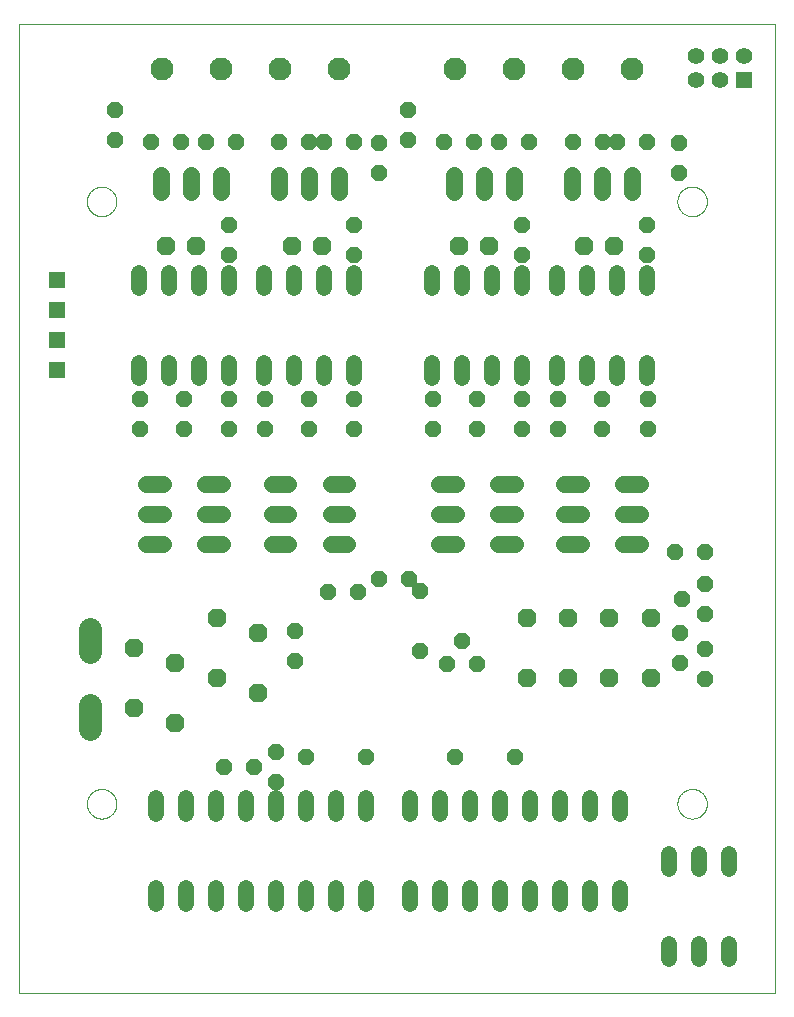
<source format=gtl>
G75*
%MOIN*%
%OFA0B0*%
%FSLAX25Y25*%
%IPPOS*%
%LPD*%
%AMOC8*
5,1,8,0,0,1.08239X$1,22.5*
%
%ADD10C,0.00000*%
%ADD11OC8,0.05200*%
%ADD12OC8,0.06300*%
%ADD13C,0.05200*%
%ADD14R,0.05600X0.05600*%
%ADD15C,0.05600*%
%ADD16C,0.05600*%
%ADD17C,0.07677*%
%ADD18R,0.05500X0.05500*%
%ADD19C,0.07677*%
D10*
X0001500Y0001500D02*
X0001500Y0324335D01*
X0253469Y0324335D01*
X0253469Y0001500D01*
X0001500Y0001500D01*
X0024138Y0064492D02*
X0024140Y0064632D01*
X0024146Y0064772D01*
X0024156Y0064911D01*
X0024170Y0065050D01*
X0024188Y0065189D01*
X0024209Y0065327D01*
X0024235Y0065465D01*
X0024265Y0065602D01*
X0024298Y0065737D01*
X0024336Y0065872D01*
X0024377Y0066006D01*
X0024422Y0066139D01*
X0024470Y0066270D01*
X0024523Y0066399D01*
X0024579Y0066528D01*
X0024638Y0066654D01*
X0024702Y0066779D01*
X0024768Y0066902D01*
X0024839Y0067023D01*
X0024912Y0067142D01*
X0024989Y0067259D01*
X0025070Y0067373D01*
X0025153Y0067485D01*
X0025240Y0067595D01*
X0025330Y0067703D01*
X0025422Y0067807D01*
X0025518Y0067909D01*
X0025617Y0068009D01*
X0025718Y0068105D01*
X0025822Y0068199D01*
X0025929Y0068289D01*
X0026038Y0068376D01*
X0026150Y0068461D01*
X0026264Y0068542D01*
X0026380Y0068620D01*
X0026498Y0068694D01*
X0026619Y0068765D01*
X0026741Y0068833D01*
X0026866Y0068897D01*
X0026992Y0068958D01*
X0027119Y0069015D01*
X0027249Y0069068D01*
X0027380Y0069118D01*
X0027512Y0069163D01*
X0027645Y0069206D01*
X0027780Y0069244D01*
X0027915Y0069278D01*
X0028052Y0069309D01*
X0028189Y0069336D01*
X0028327Y0069358D01*
X0028466Y0069377D01*
X0028605Y0069392D01*
X0028744Y0069403D01*
X0028884Y0069410D01*
X0029024Y0069413D01*
X0029164Y0069412D01*
X0029304Y0069407D01*
X0029443Y0069398D01*
X0029583Y0069385D01*
X0029722Y0069368D01*
X0029860Y0069347D01*
X0029998Y0069323D01*
X0030135Y0069294D01*
X0030271Y0069262D01*
X0030406Y0069225D01*
X0030540Y0069185D01*
X0030673Y0069141D01*
X0030804Y0069093D01*
X0030934Y0069042D01*
X0031063Y0068987D01*
X0031190Y0068928D01*
X0031315Y0068865D01*
X0031438Y0068800D01*
X0031560Y0068730D01*
X0031679Y0068657D01*
X0031797Y0068581D01*
X0031912Y0068502D01*
X0032025Y0068419D01*
X0032135Y0068333D01*
X0032243Y0068244D01*
X0032348Y0068152D01*
X0032451Y0068057D01*
X0032551Y0067959D01*
X0032648Y0067859D01*
X0032742Y0067755D01*
X0032834Y0067649D01*
X0032922Y0067541D01*
X0033007Y0067430D01*
X0033089Y0067316D01*
X0033168Y0067200D01*
X0033243Y0067083D01*
X0033315Y0066963D01*
X0033383Y0066841D01*
X0033448Y0066717D01*
X0033510Y0066591D01*
X0033568Y0066464D01*
X0033622Y0066335D01*
X0033673Y0066204D01*
X0033719Y0066072D01*
X0033762Y0065939D01*
X0033802Y0065805D01*
X0033837Y0065670D01*
X0033869Y0065533D01*
X0033896Y0065396D01*
X0033920Y0065258D01*
X0033940Y0065120D01*
X0033956Y0064981D01*
X0033968Y0064841D01*
X0033976Y0064702D01*
X0033980Y0064562D01*
X0033980Y0064422D01*
X0033976Y0064282D01*
X0033968Y0064143D01*
X0033956Y0064003D01*
X0033940Y0063864D01*
X0033920Y0063726D01*
X0033896Y0063588D01*
X0033869Y0063451D01*
X0033837Y0063314D01*
X0033802Y0063179D01*
X0033762Y0063045D01*
X0033719Y0062912D01*
X0033673Y0062780D01*
X0033622Y0062649D01*
X0033568Y0062520D01*
X0033510Y0062393D01*
X0033448Y0062267D01*
X0033383Y0062143D01*
X0033315Y0062021D01*
X0033243Y0061901D01*
X0033168Y0061784D01*
X0033089Y0061668D01*
X0033007Y0061554D01*
X0032922Y0061443D01*
X0032834Y0061335D01*
X0032742Y0061229D01*
X0032648Y0061125D01*
X0032551Y0061025D01*
X0032451Y0060927D01*
X0032348Y0060832D01*
X0032243Y0060740D01*
X0032135Y0060651D01*
X0032025Y0060565D01*
X0031912Y0060482D01*
X0031797Y0060403D01*
X0031679Y0060327D01*
X0031560Y0060254D01*
X0031438Y0060184D01*
X0031315Y0060119D01*
X0031190Y0060056D01*
X0031063Y0059997D01*
X0030934Y0059942D01*
X0030804Y0059891D01*
X0030673Y0059843D01*
X0030540Y0059799D01*
X0030406Y0059759D01*
X0030271Y0059722D01*
X0030135Y0059690D01*
X0029998Y0059661D01*
X0029860Y0059637D01*
X0029722Y0059616D01*
X0029583Y0059599D01*
X0029443Y0059586D01*
X0029304Y0059577D01*
X0029164Y0059572D01*
X0029024Y0059571D01*
X0028884Y0059574D01*
X0028744Y0059581D01*
X0028605Y0059592D01*
X0028466Y0059607D01*
X0028327Y0059626D01*
X0028189Y0059648D01*
X0028052Y0059675D01*
X0027915Y0059706D01*
X0027780Y0059740D01*
X0027645Y0059778D01*
X0027512Y0059821D01*
X0027380Y0059866D01*
X0027249Y0059916D01*
X0027119Y0059969D01*
X0026992Y0060026D01*
X0026866Y0060087D01*
X0026741Y0060151D01*
X0026619Y0060219D01*
X0026498Y0060290D01*
X0026380Y0060364D01*
X0026264Y0060442D01*
X0026150Y0060523D01*
X0026038Y0060608D01*
X0025929Y0060695D01*
X0025822Y0060785D01*
X0025718Y0060879D01*
X0025617Y0060975D01*
X0025518Y0061075D01*
X0025422Y0061177D01*
X0025330Y0061281D01*
X0025240Y0061389D01*
X0025153Y0061499D01*
X0025070Y0061611D01*
X0024989Y0061725D01*
X0024912Y0061842D01*
X0024839Y0061961D01*
X0024768Y0062082D01*
X0024702Y0062205D01*
X0024638Y0062330D01*
X0024579Y0062456D01*
X0024523Y0062585D01*
X0024470Y0062714D01*
X0024422Y0062845D01*
X0024377Y0062978D01*
X0024336Y0063112D01*
X0024298Y0063247D01*
X0024265Y0063382D01*
X0024235Y0063519D01*
X0024209Y0063657D01*
X0024188Y0063795D01*
X0024170Y0063934D01*
X0024156Y0064073D01*
X0024146Y0064212D01*
X0024140Y0064352D01*
X0024138Y0064492D01*
X0024138Y0265280D02*
X0024140Y0265420D01*
X0024146Y0265560D01*
X0024156Y0265699D01*
X0024170Y0265838D01*
X0024188Y0265977D01*
X0024209Y0266115D01*
X0024235Y0266253D01*
X0024265Y0266390D01*
X0024298Y0266525D01*
X0024336Y0266660D01*
X0024377Y0266794D01*
X0024422Y0266927D01*
X0024470Y0267058D01*
X0024523Y0267187D01*
X0024579Y0267316D01*
X0024638Y0267442D01*
X0024702Y0267567D01*
X0024768Y0267690D01*
X0024839Y0267811D01*
X0024912Y0267930D01*
X0024989Y0268047D01*
X0025070Y0268161D01*
X0025153Y0268273D01*
X0025240Y0268383D01*
X0025330Y0268491D01*
X0025422Y0268595D01*
X0025518Y0268697D01*
X0025617Y0268797D01*
X0025718Y0268893D01*
X0025822Y0268987D01*
X0025929Y0269077D01*
X0026038Y0269164D01*
X0026150Y0269249D01*
X0026264Y0269330D01*
X0026380Y0269408D01*
X0026498Y0269482D01*
X0026619Y0269553D01*
X0026741Y0269621D01*
X0026866Y0269685D01*
X0026992Y0269746D01*
X0027119Y0269803D01*
X0027249Y0269856D01*
X0027380Y0269906D01*
X0027512Y0269951D01*
X0027645Y0269994D01*
X0027780Y0270032D01*
X0027915Y0270066D01*
X0028052Y0270097D01*
X0028189Y0270124D01*
X0028327Y0270146D01*
X0028466Y0270165D01*
X0028605Y0270180D01*
X0028744Y0270191D01*
X0028884Y0270198D01*
X0029024Y0270201D01*
X0029164Y0270200D01*
X0029304Y0270195D01*
X0029443Y0270186D01*
X0029583Y0270173D01*
X0029722Y0270156D01*
X0029860Y0270135D01*
X0029998Y0270111D01*
X0030135Y0270082D01*
X0030271Y0270050D01*
X0030406Y0270013D01*
X0030540Y0269973D01*
X0030673Y0269929D01*
X0030804Y0269881D01*
X0030934Y0269830D01*
X0031063Y0269775D01*
X0031190Y0269716D01*
X0031315Y0269653D01*
X0031438Y0269588D01*
X0031560Y0269518D01*
X0031679Y0269445D01*
X0031797Y0269369D01*
X0031912Y0269290D01*
X0032025Y0269207D01*
X0032135Y0269121D01*
X0032243Y0269032D01*
X0032348Y0268940D01*
X0032451Y0268845D01*
X0032551Y0268747D01*
X0032648Y0268647D01*
X0032742Y0268543D01*
X0032834Y0268437D01*
X0032922Y0268329D01*
X0033007Y0268218D01*
X0033089Y0268104D01*
X0033168Y0267988D01*
X0033243Y0267871D01*
X0033315Y0267751D01*
X0033383Y0267629D01*
X0033448Y0267505D01*
X0033510Y0267379D01*
X0033568Y0267252D01*
X0033622Y0267123D01*
X0033673Y0266992D01*
X0033719Y0266860D01*
X0033762Y0266727D01*
X0033802Y0266593D01*
X0033837Y0266458D01*
X0033869Y0266321D01*
X0033896Y0266184D01*
X0033920Y0266046D01*
X0033940Y0265908D01*
X0033956Y0265769D01*
X0033968Y0265629D01*
X0033976Y0265490D01*
X0033980Y0265350D01*
X0033980Y0265210D01*
X0033976Y0265070D01*
X0033968Y0264931D01*
X0033956Y0264791D01*
X0033940Y0264652D01*
X0033920Y0264514D01*
X0033896Y0264376D01*
X0033869Y0264239D01*
X0033837Y0264102D01*
X0033802Y0263967D01*
X0033762Y0263833D01*
X0033719Y0263700D01*
X0033673Y0263568D01*
X0033622Y0263437D01*
X0033568Y0263308D01*
X0033510Y0263181D01*
X0033448Y0263055D01*
X0033383Y0262931D01*
X0033315Y0262809D01*
X0033243Y0262689D01*
X0033168Y0262572D01*
X0033089Y0262456D01*
X0033007Y0262342D01*
X0032922Y0262231D01*
X0032834Y0262123D01*
X0032742Y0262017D01*
X0032648Y0261913D01*
X0032551Y0261813D01*
X0032451Y0261715D01*
X0032348Y0261620D01*
X0032243Y0261528D01*
X0032135Y0261439D01*
X0032025Y0261353D01*
X0031912Y0261270D01*
X0031797Y0261191D01*
X0031679Y0261115D01*
X0031560Y0261042D01*
X0031438Y0260972D01*
X0031315Y0260907D01*
X0031190Y0260844D01*
X0031063Y0260785D01*
X0030934Y0260730D01*
X0030804Y0260679D01*
X0030673Y0260631D01*
X0030540Y0260587D01*
X0030406Y0260547D01*
X0030271Y0260510D01*
X0030135Y0260478D01*
X0029998Y0260449D01*
X0029860Y0260425D01*
X0029722Y0260404D01*
X0029583Y0260387D01*
X0029443Y0260374D01*
X0029304Y0260365D01*
X0029164Y0260360D01*
X0029024Y0260359D01*
X0028884Y0260362D01*
X0028744Y0260369D01*
X0028605Y0260380D01*
X0028466Y0260395D01*
X0028327Y0260414D01*
X0028189Y0260436D01*
X0028052Y0260463D01*
X0027915Y0260494D01*
X0027780Y0260528D01*
X0027645Y0260566D01*
X0027512Y0260609D01*
X0027380Y0260654D01*
X0027249Y0260704D01*
X0027119Y0260757D01*
X0026992Y0260814D01*
X0026866Y0260875D01*
X0026741Y0260939D01*
X0026619Y0261007D01*
X0026498Y0261078D01*
X0026380Y0261152D01*
X0026264Y0261230D01*
X0026150Y0261311D01*
X0026038Y0261396D01*
X0025929Y0261483D01*
X0025822Y0261573D01*
X0025718Y0261667D01*
X0025617Y0261763D01*
X0025518Y0261863D01*
X0025422Y0261965D01*
X0025330Y0262069D01*
X0025240Y0262177D01*
X0025153Y0262287D01*
X0025070Y0262399D01*
X0024989Y0262513D01*
X0024912Y0262630D01*
X0024839Y0262749D01*
X0024768Y0262870D01*
X0024702Y0262993D01*
X0024638Y0263118D01*
X0024579Y0263244D01*
X0024523Y0263373D01*
X0024470Y0263502D01*
X0024422Y0263633D01*
X0024377Y0263766D01*
X0024336Y0263900D01*
X0024298Y0264035D01*
X0024265Y0264170D01*
X0024235Y0264307D01*
X0024209Y0264445D01*
X0024188Y0264583D01*
X0024170Y0264722D01*
X0024156Y0264861D01*
X0024146Y0265000D01*
X0024140Y0265140D01*
X0024138Y0265280D01*
X0220988Y0265280D02*
X0220990Y0265420D01*
X0220996Y0265560D01*
X0221006Y0265699D01*
X0221020Y0265838D01*
X0221038Y0265977D01*
X0221059Y0266115D01*
X0221085Y0266253D01*
X0221115Y0266390D01*
X0221148Y0266525D01*
X0221186Y0266660D01*
X0221227Y0266794D01*
X0221272Y0266927D01*
X0221320Y0267058D01*
X0221373Y0267187D01*
X0221429Y0267316D01*
X0221488Y0267442D01*
X0221552Y0267567D01*
X0221618Y0267690D01*
X0221689Y0267811D01*
X0221762Y0267930D01*
X0221839Y0268047D01*
X0221920Y0268161D01*
X0222003Y0268273D01*
X0222090Y0268383D01*
X0222180Y0268491D01*
X0222272Y0268595D01*
X0222368Y0268697D01*
X0222467Y0268797D01*
X0222568Y0268893D01*
X0222672Y0268987D01*
X0222779Y0269077D01*
X0222888Y0269164D01*
X0223000Y0269249D01*
X0223114Y0269330D01*
X0223230Y0269408D01*
X0223348Y0269482D01*
X0223469Y0269553D01*
X0223591Y0269621D01*
X0223716Y0269685D01*
X0223842Y0269746D01*
X0223969Y0269803D01*
X0224099Y0269856D01*
X0224230Y0269906D01*
X0224362Y0269951D01*
X0224495Y0269994D01*
X0224630Y0270032D01*
X0224765Y0270066D01*
X0224902Y0270097D01*
X0225039Y0270124D01*
X0225177Y0270146D01*
X0225316Y0270165D01*
X0225455Y0270180D01*
X0225594Y0270191D01*
X0225734Y0270198D01*
X0225874Y0270201D01*
X0226014Y0270200D01*
X0226154Y0270195D01*
X0226293Y0270186D01*
X0226433Y0270173D01*
X0226572Y0270156D01*
X0226710Y0270135D01*
X0226848Y0270111D01*
X0226985Y0270082D01*
X0227121Y0270050D01*
X0227256Y0270013D01*
X0227390Y0269973D01*
X0227523Y0269929D01*
X0227654Y0269881D01*
X0227784Y0269830D01*
X0227913Y0269775D01*
X0228040Y0269716D01*
X0228165Y0269653D01*
X0228288Y0269588D01*
X0228410Y0269518D01*
X0228529Y0269445D01*
X0228647Y0269369D01*
X0228762Y0269290D01*
X0228875Y0269207D01*
X0228985Y0269121D01*
X0229093Y0269032D01*
X0229198Y0268940D01*
X0229301Y0268845D01*
X0229401Y0268747D01*
X0229498Y0268647D01*
X0229592Y0268543D01*
X0229684Y0268437D01*
X0229772Y0268329D01*
X0229857Y0268218D01*
X0229939Y0268104D01*
X0230018Y0267988D01*
X0230093Y0267871D01*
X0230165Y0267751D01*
X0230233Y0267629D01*
X0230298Y0267505D01*
X0230360Y0267379D01*
X0230418Y0267252D01*
X0230472Y0267123D01*
X0230523Y0266992D01*
X0230569Y0266860D01*
X0230612Y0266727D01*
X0230652Y0266593D01*
X0230687Y0266458D01*
X0230719Y0266321D01*
X0230746Y0266184D01*
X0230770Y0266046D01*
X0230790Y0265908D01*
X0230806Y0265769D01*
X0230818Y0265629D01*
X0230826Y0265490D01*
X0230830Y0265350D01*
X0230830Y0265210D01*
X0230826Y0265070D01*
X0230818Y0264931D01*
X0230806Y0264791D01*
X0230790Y0264652D01*
X0230770Y0264514D01*
X0230746Y0264376D01*
X0230719Y0264239D01*
X0230687Y0264102D01*
X0230652Y0263967D01*
X0230612Y0263833D01*
X0230569Y0263700D01*
X0230523Y0263568D01*
X0230472Y0263437D01*
X0230418Y0263308D01*
X0230360Y0263181D01*
X0230298Y0263055D01*
X0230233Y0262931D01*
X0230165Y0262809D01*
X0230093Y0262689D01*
X0230018Y0262572D01*
X0229939Y0262456D01*
X0229857Y0262342D01*
X0229772Y0262231D01*
X0229684Y0262123D01*
X0229592Y0262017D01*
X0229498Y0261913D01*
X0229401Y0261813D01*
X0229301Y0261715D01*
X0229198Y0261620D01*
X0229093Y0261528D01*
X0228985Y0261439D01*
X0228875Y0261353D01*
X0228762Y0261270D01*
X0228647Y0261191D01*
X0228529Y0261115D01*
X0228410Y0261042D01*
X0228288Y0260972D01*
X0228165Y0260907D01*
X0228040Y0260844D01*
X0227913Y0260785D01*
X0227784Y0260730D01*
X0227654Y0260679D01*
X0227523Y0260631D01*
X0227390Y0260587D01*
X0227256Y0260547D01*
X0227121Y0260510D01*
X0226985Y0260478D01*
X0226848Y0260449D01*
X0226710Y0260425D01*
X0226572Y0260404D01*
X0226433Y0260387D01*
X0226293Y0260374D01*
X0226154Y0260365D01*
X0226014Y0260360D01*
X0225874Y0260359D01*
X0225734Y0260362D01*
X0225594Y0260369D01*
X0225455Y0260380D01*
X0225316Y0260395D01*
X0225177Y0260414D01*
X0225039Y0260436D01*
X0224902Y0260463D01*
X0224765Y0260494D01*
X0224630Y0260528D01*
X0224495Y0260566D01*
X0224362Y0260609D01*
X0224230Y0260654D01*
X0224099Y0260704D01*
X0223969Y0260757D01*
X0223842Y0260814D01*
X0223716Y0260875D01*
X0223591Y0260939D01*
X0223469Y0261007D01*
X0223348Y0261078D01*
X0223230Y0261152D01*
X0223114Y0261230D01*
X0223000Y0261311D01*
X0222888Y0261396D01*
X0222779Y0261483D01*
X0222672Y0261573D01*
X0222568Y0261667D01*
X0222467Y0261763D01*
X0222368Y0261863D01*
X0222272Y0261965D01*
X0222180Y0262069D01*
X0222090Y0262177D01*
X0222003Y0262287D01*
X0221920Y0262399D01*
X0221839Y0262513D01*
X0221762Y0262630D01*
X0221689Y0262749D01*
X0221618Y0262870D01*
X0221552Y0262993D01*
X0221488Y0263118D01*
X0221429Y0263244D01*
X0221373Y0263373D01*
X0221320Y0263502D01*
X0221272Y0263633D01*
X0221227Y0263766D01*
X0221186Y0263900D01*
X0221148Y0264035D01*
X0221115Y0264170D01*
X0221085Y0264307D01*
X0221059Y0264445D01*
X0221038Y0264583D01*
X0221020Y0264722D01*
X0221006Y0264861D01*
X0220996Y0265000D01*
X0220990Y0265140D01*
X0220988Y0265280D01*
X0220988Y0064492D02*
X0220990Y0064632D01*
X0220996Y0064772D01*
X0221006Y0064911D01*
X0221020Y0065050D01*
X0221038Y0065189D01*
X0221059Y0065327D01*
X0221085Y0065465D01*
X0221115Y0065602D01*
X0221148Y0065737D01*
X0221186Y0065872D01*
X0221227Y0066006D01*
X0221272Y0066139D01*
X0221320Y0066270D01*
X0221373Y0066399D01*
X0221429Y0066528D01*
X0221488Y0066654D01*
X0221552Y0066779D01*
X0221618Y0066902D01*
X0221689Y0067023D01*
X0221762Y0067142D01*
X0221839Y0067259D01*
X0221920Y0067373D01*
X0222003Y0067485D01*
X0222090Y0067595D01*
X0222180Y0067703D01*
X0222272Y0067807D01*
X0222368Y0067909D01*
X0222467Y0068009D01*
X0222568Y0068105D01*
X0222672Y0068199D01*
X0222779Y0068289D01*
X0222888Y0068376D01*
X0223000Y0068461D01*
X0223114Y0068542D01*
X0223230Y0068620D01*
X0223348Y0068694D01*
X0223469Y0068765D01*
X0223591Y0068833D01*
X0223716Y0068897D01*
X0223842Y0068958D01*
X0223969Y0069015D01*
X0224099Y0069068D01*
X0224230Y0069118D01*
X0224362Y0069163D01*
X0224495Y0069206D01*
X0224630Y0069244D01*
X0224765Y0069278D01*
X0224902Y0069309D01*
X0225039Y0069336D01*
X0225177Y0069358D01*
X0225316Y0069377D01*
X0225455Y0069392D01*
X0225594Y0069403D01*
X0225734Y0069410D01*
X0225874Y0069413D01*
X0226014Y0069412D01*
X0226154Y0069407D01*
X0226293Y0069398D01*
X0226433Y0069385D01*
X0226572Y0069368D01*
X0226710Y0069347D01*
X0226848Y0069323D01*
X0226985Y0069294D01*
X0227121Y0069262D01*
X0227256Y0069225D01*
X0227390Y0069185D01*
X0227523Y0069141D01*
X0227654Y0069093D01*
X0227784Y0069042D01*
X0227913Y0068987D01*
X0228040Y0068928D01*
X0228165Y0068865D01*
X0228288Y0068800D01*
X0228410Y0068730D01*
X0228529Y0068657D01*
X0228647Y0068581D01*
X0228762Y0068502D01*
X0228875Y0068419D01*
X0228985Y0068333D01*
X0229093Y0068244D01*
X0229198Y0068152D01*
X0229301Y0068057D01*
X0229401Y0067959D01*
X0229498Y0067859D01*
X0229592Y0067755D01*
X0229684Y0067649D01*
X0229772Y0067541D01*
X0229857Y0067430D01*
X0229939Y0067316D01*
X0230018Y0067200D01*
X0230093Y0067083D01*
X0230165Y0066963D01*
X0230233Y0066841D01*
X0230298Y0066717D01*
X0230360Y0066591D01*
X0230418Y0066464D01*
X0230472Y0066335D01*
X0230523Y0066204D01*
X0230569Y0066072D01*
X0230612Y0065939D01*
X0230652Y0065805D01*
X0230687Y0065670D01*
X0230719Y0065533D01*
X0230746Y0065396D01*
X0230770Y0065258D01*
X0230790Y0065120D01*
X0230806Y0064981D01*
X0230818Y0064841D01*
X0230826Y0064702D01*
X0230830Y0064562D01*
X0230830Y0064422D01*
X0230826Y0064282D01*
X0230818Y0064143D01*
X0230806Y0064003D01*
X0230790Y0063864D01*
X0230770Y0063726D01*
X0230746Y0063588D01*
X0230719Y0063451D01*
X0230687Y0063314D01*
X0230652Y0063179D01*
X0230612Y0063045D01*
X0230569Y0062912D01*
X0230523Y0062780D01*
X0230472Y0062649D01*
X0230418Y0062520D01*
X0230360Y0062393D01*
X0230298Y0062267D01*
X0230233Y0062143D01*
X0230165Y0062021D01*
X0230093Y0061901D01*
X0230018Y0061784D01*
X0229939Y0061668D01*
X0229857Y0061554D01*
X0229772Y0061443D01*
X0229684Y0061335D01*
X0229592Y0061229D01*
X0229498Y0061125D01*
X0229401Y0061025D01*
X0229301Y0060927D01*
X0229198Y0060832D01*
X0229093Y0060740D01*
X0228985Y0060651D01*
X0228875Y0060565D01*
X0228762Y0060482D01*
X0228647Y0060403D01*
X0228529Y0060327D01*
X0228410Y0060254D01*
X0228288Y0060184D01*
X0228165Y0060119D01*
X0228040Y0060056D01*
X0227913Y0059997D01*
X0227784Y0059942D01*
X0227654Y0059891D01*
X0227523Y0059843D01*
X0227390Y0059799D01*
X0227256Y0059759D01*
X0227121Y0059722D01*
X0226985Y0059690D01*
X0226848Y0059661D01*
X0226710Y0059637D01*
X0226572Y0059616D01*
X0226433Y0059599D01*
X0226293Y0059586D01*
X0226154Y0059577D01*
X0226014Y0059572D01*
X0225874Y0059571D01*
X0225734Y0059574D01*
X0225594Y0059581D01*
X0225455Y0059592D01*
X0225316Y0059607D01*
X0225177Y0059626D01*
X0225039Y0059648D01*
X0224902Y0059675D01*
X0224765Y0059706D01*
X0224630Y0059740D01*
X0224495Y0059778D01*
X0224362Y0059821D01*
X0224230Y0059866D01*
X0224099Y0059916D01*
X0223969Y0059969D01*
X0223842Y0060026D01*
X0223716Y0060087D01*
X0223591Y0060151D01*
X0223469Y0060219D01*
X0223348Y0060290D01*
X0223230Y0060364D01*
X0223114Y0060442D01*
X0223000Y0060523D01*
X0222888Y0060608D01*
X0222779Y0060695D01*
X0222672Y0060785D01*
X0222568Y0060879D01*
X0222467Y0060975D01*
X0222368Y0061075D01*
X0222272Y0061177D01*
X0222180Y0061281D01*
X0222090Y0061389D01*
X0222003Y0061499D01*
X0221920Y0061611D01*
X0221839Y0061725D01*
X0221762Y0061842D01*
X0221689Y0061961D01*
X0221618Y0062082D01*
X0221552Y0062205D01*
X0221488Y0062330D01*
X0221429Y0062456D01*
X0221373Y0062585D01*
X0221320Y0062714D01*
X0221272Y0062845D01*
X0221227Y0062978D01*
X0221186Y0063112D01*
X0221148Y0063247D01*
X0221115Y0063382D01*
X0221085Y0063519D01*
X0221059Y0063657D01*
X0221038Y0063795D01*
X0221020Y0063934D01*
X0221006Y0064073D01*
X0220996Y0064212D01*
X0220990Y0064352D01*
X0220988Y0064492D01*
D11*
X0230043Y0106106D03*
X0222012Y0111382D03*
X0230043Y0116106D03*
X0222012Y0121382D03*
X0230043Y0127799D03*
X0222543Y0132799D03*
X0230043Y0137799D03*
X0230122Y0148350D03*
X0220122Y0148350D03*
X0211067Y0189413D03*
X0211067Y0199413D03*
X0195988Y0199413D03*
X0195988Y0189413D03*
X0181146Y0189413D03*
X0181146Y0199413D03*
X0169335Y0199413D03*
X0169335Y0189413D03*
X0154256Y0189413D03*
X0154256Y0199413D03*
X0139413Y0199413D03*
X0139413Y0189413D03*
X0113193Y0189413D03*
X0113193Y0199413D03*
X0098350Y0199413D03*
X0098350Y0189413D03*
X0083508Y0189413D03*
X0083508Y0199413D03*
X0071579Y0199413D03*
X0071579Y0189413D03*
X0056618Y0189413D03*
X0056618Y0199413D03*
X0041776Y0199413D03*
X0041776Y0189413D03*
X0071579Y0247484D03*
X0071579Y0257484D03*
X0073823Y0284965D03*
X0063823Y0284965D03*
X0055516Y0284965D03*
X0045516Y0284965D03*
X0033587Y0285870D03*
X0033587Y0295870D03*
X0088232Y0284965D03*
X0098232Y0284965D03*
X0103193Y0284965D03*
X0113193Y0284965D03*
X0121579Y0284846D03*
X0121579Y0274846D03*
X0131224Y0285870D03*
X0131224Y0295870D03*
X0143154Y0284965D03*
X0153154Y0284965D03*
X0161461Y0284965D03*
X0171461Y0284965D03*
X0186106Y0284965D03*
X0196106Y0284965D03*
X0200831Y0284965D03*
X0210831Y0284965D03*
X0221382Y0284846D03*
X0221382Y0274846D03*
X0210949Y0257484D03*
X0210949Y0247484D03*
X0169217Y0247484D03*
X0169217Y0257484D03*
X0113311Y0257484D03*
X0113311Y0247484D03*
X0121500Y0139295D03*
X0114413Y0134965D03*
X0104413Y0134965D03*
X0093429Y0122091D03*
X0093429Y0112091D03*
X0087327Y0081894D03*
X0079925Y0076894D03*
X0087327Y0071894D03*
X0097209Y0080240D03*
X0117209Y0080240D03*
X0135358Y0115476D03*
X0144138Y0111106D03*
X0149138Y0118606D03*
X0154138Y0111106D03*
X0135358Y0135476D03*
X0131500Y0139295D03*
X0147012Y0080240D03*
X0167012Y0080240D03*
X0069925Y0076894D03*
D12*
X0053665Y0091303D03*
X0067445Y0106303D03*
X0081224Y0101343D03*
X0081224Y0121343D03*
X0067445Y0126303D03*
X0053665Y0111303D03*
X0039886Y0116264D03*
X0039886Y0096264D03*
X0050634Y0250516D03*
X0060634Y0250516D03*
X0092366Y0250516D03*
X0102366Y0250516D03*
X0148272Y0250516D03*
X0158272Y0250516D03*
X0190004Y0250516D03*
X0200004Y0250516D03*
X0198350Y0126382D03*
X0184571Y0126382D03*
X0170791Y0126382D03*
X0170791Y0106382D03*
X0184571Y0106382D03*
X0198350Y0106382D03*
X0212130Y0106382D03*
X0212130Y0126382D03*
D13*
X0201854Y0066344D02*
X0201854Y0061144D01*
X0191854Y0061144D02*
X0191854Y0066344D01*
X0181854Y0066344D02*
X0181854Y0061144D01*
X0171854Y0061144D02*
X0171854Y0066344D01*
X0161854Y0066344D02*
X0161854Y0061144D01*
X0151854Y0061144D02*
X0151854Y0066344D01*
X0141854Y0066344D02*
X0141854Y0061144D01*
X0131854Y0061144D02*
X0131854Y0066344D01*
X0117209Y0066344D02*
X0117209Y0061144D01*
X0107209Y0061144D02*
X0107209Y0066344D01*
X0097209Y0066344D02*
X0097209Y0061144D01*
X0087209Y0061144D02*
X0087209Y0066344D01*
X0077209Y0066344D02*
X0077209Y0061144D01*
X0067209Y0061144D02*
X0067209Y0066344D01*
X0057209Y0066344D02*
X0057209Y0061144D01*
X0047209Y0061144D02*
X0047209Y0066344D01*
X0047209Y0036344D02*
X0047209Y0031144D01*
X0057209Y0031144D02*
X0057209Y0036344D01*
X0067209Y0036344D02*
X0067209Y0031144D01*
X0077209Y0031144D02*
X0077209Y0036344D01*
X0087209Y0036344D02*
X0087209Y0031144D01*
X0097209Y0031144D02*
X0097209Y0036344D01*
X0107209Y0036344D02*
X0107209Y0031144D01*
X0117209Y0031144D02*
X0117209Y0036344D01*
X0131854Y0036344D02*
X0131854Y0031144D01*
X0141854Y0031144D02*
X0141854Y0036344D01*
X0151854Y0036344D02*
X0151854Y0031144D01*
X0161854Y0031144D02*
X0161854Y0036344D01*
X0171854Y0036344D02*
X0171854Y0031144D01*
X0181854Y0031144D02*
X0181854Y0036344D01*
X0191854Y0036344D02*
X0191854Y0031144D01*
X0201854Y0031144D02*
X0201854Y0036344D01*
X0218272Y0042640D02*
X0218272Y0047840D01*
X0228272Y0047840D02*
X0228272Y0042640D01*
X0238272Y0042640D02*
X0238272Y0047840D01*
X0238272Y0017840D02*
X0238272Y0012640D01*
X0228272Y0012640D02*
X0228272Y0017840D01*
X0218272Y0017840D02*
X0218272Y0012640D01*
X0210988Y0206341D02*
X0210988Y0211541D01*
X0200988Y0211541D02*
X0200988Y0206341D01*
X0190988Y0206341D02*
X0190988Y0211541D01*
X0180988Y0211541D02*
X0180988Y0206341D01*
X0169256Y0206341D02*
X0169256Y0211541D01*
X0159256Y0211541D02*
X0159256Y0206341D01*
X0149256Y0206341D02*
X0149256Y0211541D01*
X0139256Y0211541D02*
X0139256Y0206341D01*
X0139256Y0236341D02*
X0139256Y0241541D01*
X0149256Y0241541D02*
X0149256Y0236341D01*
X0159256Y0236341D02*
X0159256Y0241541D01*
X0169256Y0241541D02*
X0169256Y0236341D01*
X0180988Y0236341D02*
X0180988Y0241541D01*
X0190988Y0241541D02*
X0190988Y0236341D01*
X0200988Y0236341D02*
X0200988Y0241541D01*
X0210988Y0241541D02*
X0210988Y0236341D01*
X0113350Y0236341D02*
X0113350Y0241541D01*
X0103350Y0241541D02*
X0103350Y0236341D01*
X0093350Y0236341D02*
X0093350Y0241541D01*
X0083350Y0241541D02*
X0083350Y0236341D01*
X0071618Y0236341D02*
X0071618Y0241541D01*
X0061618Y0241541D02*
X0061618Y0236341D01*
X0051618Y0236341D02*
X0051618Y0241541D01*
X0041618Y0241541D02*
X0041618Y0236341D01*
X0041618Y0211541D02*
X0041618Y0206341D01*
X0051618Y0206341D02*
X0051618Y0211541D01*
X0061618Y0211541D02*
X0061618Y0206341D01*
X0071618Y0206341D02*
X0071618Y0211541D01*
X0083350Y0211541D02*
X0083350Y0206341D01*
X0093350Y0206341D02*
X0093350Y0211541D01*
X0103350Y0211541D02*
X0103350Y0206341D01*
X0113350Y0206341D02*
X0113350Y0211541D01*
D14*
X0243035Y0305831D03*
D15*
X0243035Y0313705D03*
X0235161Y0313705D03*
X0235161Y0305831D03*
X0227287Y0305831D03*
X0227287Y0313705D03*
D16*
X0205988Y0273985D02*
X0205988Y0268385D01*
X0195988Y0268385D02*
X0195988Y0273985D01*
X0185988Y0273985D02*
X0185988Y0268385D01*
X0166618Y0268385D02*
X0166618Y0273985D01*
X0156618Y0273985D02*
X0156618Y0268385D01*
X0146618Y0268385D02*
X0146618Y0273985D01*
X0108350Y0273985D02*
X0108350Y0268385D01*
X0098350Y0268385D02*
X0098350Y0273985D01*
X0088350Y0273985D02*
X0088350Y0268385D01*
X0068980Y0268385D02*
X0068980Y0273985D01*
X0058980Y0273985D02*
X0058980Y0268385D01*
X0048980Y0268385D02*
X0048980Y0273985D01*
X0049576Y0170949D02*
X0043976Y0170949D01*
X0043976Y0160949D02*
X0049576Y0160949D01*
X0049576Y0150949D02*
X0043976Y0150949D01*
X0063661Y0150949D02*
X0069261Y0150949D01*
X0069261Y0160949D02*
X0063661Y0160949D01*
X0063661Y0170949D02*
X0069261Y0170949D01*
X0085708Y0170949D02*
X0091308Y0170949D01*
X0091308Y0160949D02*
X0085708Y0160949D01*
X0085708Y0150949D02*
X0091308Y0150949D01*
X0105393Y0150949D02*
X0110993Y0150949D01*
X0110993Y0160949D02*
X0105393Y0160949D01*
X0105393Y0170949D02*
X0110993Y0170949D01*
X0141613Y0170949D02*
X0147213Y0170949D01*
X0147213Y0160949D02*
X0141613Y0160949D01*
X0141613Y0150949D02*
X0147213Y0150949D01*
X0161298Y0150949D02*
X0166898Y0150949D01*
X0166898Y0160949D02*
X0161298Y0160949D01*
X0161298Y0170949D02*
X0166898Y0170949D01*
X0183346Y0170949D02*
X0188946Y0170949D01*
X0188946Y0160949D02*
X0183346Y0160949D01*
X0183346Y0150949D02*
X0188946Y0150949D01*
X0203031Y0150949D02*
X0208631Y0150949D01*
X0208631Y0160949D02*
X0203031Y0160949D01*
X0203031Y0170949D02*
X0208631Y0170949D01*
D17*
X0205831Y0309374D03*
X0186146Y0309374D03*
X0166461Y0309374D03*
X0146776Y0309374D03*
X0108193Y0309374D03*
X0088508Y0309374D03*
X0068823Y0309374D03*
X0049138Y0309374D03*
D18*
X0014217Y0238941D03*
X0014217Y0228941D03*
X0014217Y0218941D03*
X0014217Y0208941D03*
D19*
X0025122Y0122858D02*
X0025122Y0115181D01*
X0025122Y0097268D02*
X0025122Y0089591D01*
M02*

</source>
